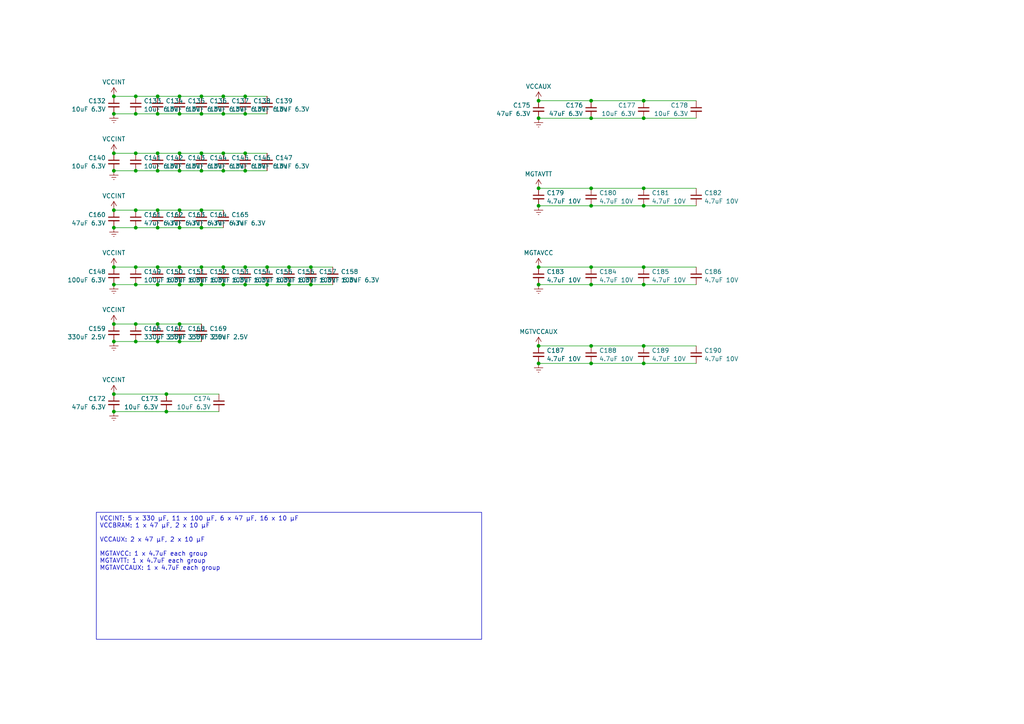
<source format=kicad_sch>
(kicad_sch (version 20231120) (generator "eeschema") (generator_version "8.0")
  (paper "A4")
  (lib_symbols
    (symbol "Device:C_Small" (pin_numbers hide) (pin_names (offset 0.254) hide)
      (property "Reference" "C" (at 0.254 1.778 0))
      (property "Value" "C_Small" (at 0.254 -2.032 0))
      (symbol "C_Small_0_1"
        (polyline (pts (xy -1.524 -0.508) (xy 1.524 -0.508)) (stroke (width 0.3302)))
        (polyline (pts (xy -1.524 0.508) (xy 1.524 0.508)) (stroke (width 0.3048)))
      )
      (symbol "C_Small_1_1"
        (pin passive line (at 0 2.54 270) (length 2.032) (name "~") (number "1"))
        (pin passive line (at 0 -2.54 90) (length 2.032) (name "~") (number "2"))
      )
    )
    (symbol "power:+12V" (power) (pin_numbers hide) (pin_names (offset 0) hide)
      (property "Value" "+12V" (at 0 3.556 0))
      (symbol "+12V_0_1"
        (polyline (pts (xy -0.762 1.27) (xy 0 2.54)))
        (polyline (pts (xy 0 0) (xy 0 2.54)))
        (polyline (pts (xy 0 2.54) (xy 0.762 1.27)))
      )
      (symbol "+12V_1_1"
        (pin power_in line (at 0 0 90) (length 0) (name "~") (number "1"))
      )
    )
    (symbol "power:+5V" (power) (pin_numbers hide) (pin_names (offset 0) hide)
      (property "Value" "+5V" (at 0 3.556 0))
      (symbol "+5V_0_1"
        (polyline (pts (xy -0.762 1.27) (xy 0 2.54)))
        (polyline (pts (xy 0 0) (xy 0 2.54)))
        (polyline (pts (xy 0 2.54) (xy 0.762 1.27)))
      )
      (symbol "+5V_1_1"
        (pin power_in line (at 0 0 90) (length 0) (name "~") (number "1"))
      )
    )
    (symbol "power:Earth" (power) (pin_numbers hide) (pin_names (offset 0) hide)
      (property "Value" "Earth" (at 0 -3.81 0))
      (symbol "Earth_0_1"
        (polyline (pts (xy -0.635 -1.905) (xy 0.635 -1.905)))
        (polyline (pts (xy -0.127 -2.54) (xy 0.127 -2.54)))
        (polyline (pts (xy 0 -1.27) (xy 0 0)))
        (polyline (pts (xy 1.27 -1.27) (xy -1.27 -1.27)))
      )
      (symbol "Earth_1_1"
        (pin power_in line (at 0 0 270) (length 0) (name "~") (number "1"))
      )
    )
  )
  (junction (at 171.45 82.55))
  (junction (at 186.69 77.47))
  (junction (at 90.17 82.55))
  (junction (at 52.07 99.06))
  (junction (at 33.02 27.94))
  (junction (at 48.26 114.3))
  (junction (at 83.82 82.55))
  (junction (at 156.21 34.29))
  (junction (at 45.72 99.06))
  (junction (at 71.12 49.53))
  (junction (at 156.21 29.21))
  (junction (at 186.69 54.61))
  (junction (at 52.07 82.55))
  (junction (at 45.72 77.47))
  (junction (at 45.72 66.04))
  (junction (at 77.47 77.47))
  (junction (at 171.45 100.33))
  (junction (at 39.37 99.06))
  (junction (at 45.72 49.53))
  (junction (at 64.77 27.94))
  (junction (at 58.42 27.94))
  (junction (at 33.02 33.02))
  (junction (at 52.07 66.04))
  (junction (at 39.37 82.55))
  (junction (at 171.45 59.69))
  (junction (at 33.02 49.53))
  (junction (at 71.12 77.47))
  (junction (at 33.02 60.96))
  (junction (at 171.45 77.47))
  (junction (at 156.21 82.55))
  (junction (at 58.42 33.02))
  (junction (at 45.72 60.96))
  (junction (at 48.26 119.38))
  (junction (at 71.12 82.55))
  (junction (at 64.77 82.55))
  (junction (at 52.07 27.94))
  (junction (at 58.42 49.53))
  (junction (at 171.45 34.29))
  (junction (at 52.07 49.53))
  (junction (at 33.02 82.55))
  (junction (at 156.21 105.41))
  (junction (at 33.02 66.04))
  (junction (at 33.02 77.47))
  (junction (at 186.69 59.69))
  (junction (at 39.37 77.47))
  (junction (at 156.21 77.47))
  (junction (at 71.12 27.94))
  (junction (at 58.42 77.47))
  (junction (at 186.69 105.41))
  (junction (at 156.21 54.61))
  (junction (at 39.37 33.02))
  (junction (at 64.77 44.45))
  (junction (at 33.02 99.06))
  (junction (at 52.07 93.98))
  (junction (at 52.07 77.47))
  (junction (at 186.69 82.55))
  (junction (at 64.77 33.02))
  (junction (at 77.47 82.55))
  (junction (at 39.37 60.96))
  (junction (at 52.07 60.96))
  (junction (at 45.72 93.98))
  (junction (at 71.12 33.02))
  (junction (at 58.42 60.96))
  (junction (at 64.77 49.53))
  (junction (at 45.72 82.55))
  (junction (at 39.37 93.98))
  (junction (at 58.42 82.55))
  (junction (at 45.72 27.94))
  (junction (at 45.72 44.45))
  (junction (at 52.07 44.45))
  (junction (at 45.72 33.02))
  (junction (at 33.02 93.98))
  (junction (at 39.37 66.04))
  (junction (at 33.02 114.3))
  (junction (at 39.37 49.53))
  (junction (at 39.37 27.94))
  (junction (at 156.21 59.69))
  (junction (at 156.21 100.33))
  (junction (at 171.45 105.41))
  (junction (at 186.69 29.21))
  (junction (at 83.82 77.47))
  (junction (at 58.42 44.45))
  (junction (at 171.45 29.21))
  (junction (at 58.42 66.04))
  (junction (at 33.02 119.38))
  (junction (at 71.12 44.45))
  (junction (at 39.37 44.45))
  (junction (at 186.69 34.29))
  (junction (at 171.45 54.61))
  (junction (at 52.07 33.02))
  (junction (at 64.77 77.47))
  (junction (at 90.17 77.47))
  (junction (at 33.02 44.45))
  (junction (at 186.69 100.33))
  (wire (pts (xy 33.02 82.55) (xy 39.37 82.55)))
  (wire (pts (xy 52.07 93.98) (xy 58.42 93.98)))
  (wire (pts (xy 52.07 99.06) (xy 58.42 99.06)))
  (wire (pts (xy 171.45 34.29) (xy 186.69 34.29)))
  (wire (pts (xy 58.42 27.94) (xy 64.77 27.94)))
  (wire (pts (xy 156.21 82.55) (xy 171.45 82.55)))
  (wire (pts (xy 90.17 82.55) (xy 96.52 82.55)))
  (wire (pts (xy 39.37 33.02) (xy 45.72 33.02)))
  (wire (pts (xy 39.37 82.55) (xy 45.72 82.55)))
  (wire (pts (xy 71.12 27.94) (xy 77.47 27.94)))
  (wire (pts (xy 171.45 29.21) (xy 186.69 29.21)))
  (wire (pts (xy 83.82 82.55) (xy 90.17 82.55)))
  (wire (pts (xy 156.21 29.21) (xy 171.45 29.21)))
  (wire (pts (xy 171.45 54.61) (xy 186.69 54.61)))
  (wire (pts (xy 186.69 34.29) (xy 201.93 34.29)))
  (wire (pts (xy 52.07 82.55) (xy 58.42 82.55)))
  (wire (pts (xy 186.69 105.41) (xy 201.93 105.41)))
  (wire (pts (xy 64.77 44.45) (xy 71.12 44.45)))
  (wire (pts (xy 45.72 44.45) (xy 52.07 44.45)))
  (wire (pts (xy 64.77 82.55) (xy 71.12 82.55)))
  (wire (pts (xy 186.69 82.55) (xy 201.93 82.55)))
  (wire (pts (xy 64.77 27.94) (xy 71.12 27.94)))
  (wire (pts (xy 58.42 77.47) (xy 64.77 77.47)))
  (wire (pts (xy 45.72 82.55) (xy 52.07 82.55)))
  (wire (pts (xy 77.47 82.55) (xy 83.82 82.55)))
  (wire (pts (xy 45.72 77.47) (xy 52.07 77.47)))
  (wire (pts (xy 171.45 82.55) (xy 186.69 82.55)))
  (wire (pts (xy 52.07 33.02) (xy 58.42 33.02)))
  (wire (pts (xy 33.02 60.96) (xy 39.37 60.96)))
  (wire (pts (xy 64.77 77.47) (xy 71.12 77.47)))
  (wire (pts (xy 58.42 33.02) (xy 64.77 33.02)))
  (wire (pts (xy 33.02 33.02) (xy 39.37 33.02)))
  (wire (pts (xy 64.77 33.02) (xy 71.12 33.02)))
  (wire (pts (xy 171.45 100.33) (xy 186.69 100.33)))
  (wire (pts (xy 52.07 49.53) (xy 58.42 49.53)))
  (wire (pts (xy 39.37 77.47) (xy 45.72 77.47)))
  (wire (pts (xy 58.42 60.96) (xy 64.77 60.96)))
  (wire (pts (xy 52.07 27.94) (xy 58.42 27.94)))
  (wire (pts (xy 52.07 44.45) (xy 58.42 44.45)))
  (wire (pts (xy 171.45 59.69) (xy 186.69 59.69)))
  (wire (pts (xy 156.21 77.47) (xy 171.45 77.47)))
  (wire (pts (xy 45.72 33.02) (xy 52.07 33.02)))
  (wire (pts (xy 45.72 66.04) (xy 52.07 66.04)))
  (wire (pts (xy 71.12 77.47) (xy 77.47 77.47)))
  (wire (pts (xy 156.21 105.41) (xy 171.45 105.41)))
  (wire (pts (xy 33.02 93.98) (xy 39.37 93.98)))
  (wire (pts (xy 45.72 93.98) (xy 52.07 93.98)))
  (wire (pts (xy 48.26 114.3) (xy 63.5 114.3)))
  (wire (pts (xy 48.26 119.38) (xy 63.5 119.38)))
  (wire (pts (xy 83.82 77.47) (xy 90.17 77.47)))
  (wire (pts (xy 39.37 44.45) (xy 45.72 44.45)))
  (wire (pts (xy 156.21 100.33) (xy 171.45 100.33)))
  (wire (pts (xy 39.37 93.98) (xy 45.72 93.98)))
  (wire (pts (xy 45.72 60.96) (xy 52.07 60.96)))
  (wire (pts (xy 39.37 66.04) (xy 45.72 66.04)))
  (wire (pts (xy 52.07 60.96) (xy 58.42 60.96)))
  (wire (pts (xy 186.69 100.33) (xy 201.93 100.33)))
  (wire (pts (xy 33.02 119.38) (xy 48.26 119.38)))
  (wire (pts (xy 39.37 49.53) (xy 45.72 49.53)))
  (wire (pts (xy 33.02 27.94) (xy 39.37 27.94)))
  (wire (pts (xy 58.42 66.04) (xy 64.77 66.04)))
  (wire (pts (xy 39.37 27.94) (xy 45.72 27.94)))
  (wire (pts (xy 156.21 54.61) (xy 171.45 54.61)))
  (wire (pts (xy 33.02 114.3) (xy 48.26 114.3)))
  (wire (pts (xy 171.45 77.47) (xy 186.69 77.47)))
  (wire (pts (xy 186.69 54.61) (xy 201.93 54.61)))
  (wire (pts (xy 156.21 34.29) (xy 171.45 34.29)))
  (wire (pts (xy 33.02 66.04) (xy 39.37 66.04)))
  (wire (pts (xy 171.45 105.41) (xy 186.69 105.41)))
  (wire (pts (xy 39.37 99.06) (xy 45.72 99.06)))
  (wire (pts (xy 58.42 44.45) (xy 64.77 44.45)))
  (wire (pts (xy 52.07 66.04) (xy 58.42 66.04)))
  (wire (pts (xy 186.69 77.47) (xy 201.93 77.47)))
  (wire (pts (xy 52.07 77.47) (xy 58.42 77.47)))
  (wire (pts (xy 33.02 44.45) (xy 39.37 44.45)))
  (wire (pts (xy 186.69 59.69) (xy 201.93 59.69)))
  (wire (pts (xy 33.02 77.47) (xy 39.37 77.47)))
  (wire (pts (xy 71.12 44.45) (xy 77.47 44.45)))
  (wire (pts (xy 58.42 82.55) (xy 64.77 82.55)))
  (wire (pts (xy 156.21 59.69) (xy 171.45 59.69)))
  (wire (pts (xy 58.42 49.53) (xy 64.77 49.53)))
  (wire (pts (xy 45.72 49.53) (xy 52.07 49.53)))
  (wire (pts (xy 39.37 60.96) (xy 45.72 60.96)))
  (wire (pts (xy 33.02 49.53) (xy 39.37 49.53)))
  (wire (pts (xy 71.12 82.55) (xy 77.47 82.55)))
  (wire (pts (xy 90.17 77.47) (xy 96.52 77.47)))
  (wire (pts (xy 33.02 99.06) (xy 39.37 99.06)))
  (wire (pts (xy 45.72 27.94) (xy 52.07 27.94)))
  (wire (pts (xy 71.12 49.53) (xy 77.47 49.53)))
  (wire (pts (xy 64.77 49.53) (xy 71.12 49.53)))
  (wire (pts (xy 71.12 33.02) (xy 77.47 33.02)))
  (wire (pts (xy 45.72 99.06) (xy 52.07 99.06)))
  (wire (pts (xy 186.69 29.21) (xy 201.93 29.21)))
  (wire (pts (xy 77.47 77.47) (xy 83.82 77.47)))
  (text_box "VCCINT: 5 x 330 μF, 11 x 100 μF, 6 x 47 μF, 16 x 10 μF\nVCCBRAM: 1 x 47 μF, 2 x 10 μF\n\nVCCAUX: 2 x 47 μF, 2 x 10 μF\n\nMGTAVCC: 1 x 4.7uF each group\nMGTAVTT: 1 x 4.7uF each group\nMGTAVCCAUX: 1 x 4.7uF each group" (at 27.94 148.59 0) (size 111.76 36.83) (effects (font (size 1.27 1.27)) (justify left top)))
  (symbol (lib_id "Device:C_Small") (at 156.21 57.15 0) (unit 1)
    (property "Reference" "C179" (at 158.5341 55.9441 0) (effects (justify left)))
    (property "Value" "4.7uF 10V" (at 158.5341 58.3684 0) (effects (justify left)))
    (property "Footprint" "Capacitor_SMD:C_0402_1005Metric" (effects (hide yes)))
    (property "Description" "Unpolarized capacitor, small symbol" (effects (hide yes)))
  )
  (symbol (lib_id "Device:C_Small") (at 33.02 46.99 0) (unit 1)
    (property "Reference" "C140" (at 30.6959 45.7841 0) (effects (justify right)))
    (property "Value" "10uF 6.3V" (at 30.6959 48.2084 0) (effects (justify right)))
    (property "Footprint" "Capacitor_SMD:C_0402_1005Metric" (effects (hide yes)))
    (property "Description" "Unpolarized capacitor, small symbol" (effects (hide yes)))
  )
  (symbol (lib_id "Device:C_Small") (at 201.93 57.15 0) (unit 1)
    (property "Reference" "C182" (at 204.2541 55.9441 0) (effects (justify left)))
    (property "Value" "4.7uF 10V" (at 204.2541 58.3684 0) (effects (justify left)))
    (property "Footprint" "Capacitor_SMD:C_0402_1005Metric" (effects (hide yes)))
    (property "Description" "Unpolarized capacitor, small symbol" (effects (hide yes)))
  )
  (symbol (lib_id "power:+12V") (at 156.21 54.61 0) (unit 1)
    (property "Reference" "#PWR0212" (effects (hide yes)))
    (property "Value" "MGTAVTT" (at 156.21 50.4769 0))
    (property "Description" "Power symbol creates a global label with name \"MGTAVTT\"" (effects (hide yes)))
  )
  (symbol (lib_id "Device:C_Small") (at 90.17 80.01 0) (unit 1)
    (property "Reference" "C157" (at 92.4941 78.8041 0) (effects (justify left)))
    (property "Value" "100uF 6.3V" (at 92.4941 81.2284 0) (effects (justify left)))
    (property "Footprint" "Capacitor_SMD:C_1206_3216Metric" (effects (hide yes)))
    (property "Description" "Unpolarized capacitor, small symbol" (effects (hide yes)))
  )
  (symbol (lib_id "Device:C_Small") (at 64.77 46.99 0) (unit 1)
    (property "Reference" "C145" (at 67.0941 45.7841 0) (effects (justify left)))
    (property "Value" "10uF 6.3V" (at 67.0941 48.2084 0) (effects (justify left)))
    (property "Footprint" "Capacitor_SMD:C_0402_1005Metric" (effects (hide yes)))
    (property "Description" "Unpolarized capacitor, small symbol" (effects (hide yes)))
  )
  (symbol (lib_id "Device:C_Small") (at 52.07 46.99 0) (unit 1)
    (property "Reference" "C143" (at 54.3941 45.7841 0) (effects (justify left)))
    (property "Value" "10uF 6.3V" (at 54.3941 48.2084 0) (effects (justify left)))
    (property "Footprint" "Capacitor_SMD:C_0402_1005Metric" (effects (hide yes)))
    (property "Description" "Unpolarized capacitor, small symbol" (effects (hide yes)))
  )
  (symbol (lib_id "power:+12V") (at 33.02 60.96 0) (unit 1)
    (property "Reference" "#PWR0208" (effects (hide yes)))
    (property "Value" "VCCINT" (at 33.02 56.8269 0))
    (property "Description" "Power symbol creates a global label with name \"VCCINT\"" (effects (hide yes)))
  )
  (symbol (lib_id "Device:C_Small") (at 171.45 57.15 0) (unit 1)
    (property "Reference" "C180" (at 173.7741 55.9441 0) (effects (justify left)))
    (property "Value" "4.7uF 10V" (at 173.7741 58.3684 0) (effects (justify left)))
    (property "Footprint" "Capacitor_SMD:C_0402_1005Metric" (effects (hide yes)))
    (property "Description" "Unpolarized capacitor, small symbol" (effects (hide yes)))
  )
  (symbol (lib_id "Device:C_Small") (at 71.12 46.99 0) (unit 1)
    (property "Reference" "C146" (at 73.4441 45.7841 0) (effects (justify left)))
    (property "Value" "10uF 6.3V" (at 73.4441 48.2084 0) (effects (justify left)))
    (property "Footprint" "Capacitor_SMD:C_0402_1005Metric" (effects (hide yes)))
    (property "Description" "Unpolarized capacitor, small symbol" (effects (hide yes)))
  )
  (symbol (lib_id "power:Earth") (at 33.02 66.04 0) (unit 1)
    (property "Reference" "#PWR0209" (effects (hide yes)))
    (property "Value" "Earth" (effects (hide yes)))
    (property "Description" "Power symbol creates a global label with name \"Earth\"" (effects (hide yes)))
  )
  (symbol (lib_id "Device:C_Small") (at 52.07 80.01 0) (unit 1)
    (property "Reference" "C151" (at 54.3941 78.8041 0) (effects (justify left)))
    (property "Value" "100uF 6.3V" (at 54.3941 81.2284 0) (effects (justify left)))
    (property "Footprint" "Capacitor_SMD:C_1206_3216Metric" (effects (hide yes)))
    (property "Description" "Unpolarized capacitor, small symbol" (effects (hide yes)))
  )
  (symbol (lib_id "Device:C_Small") (at 201.93 102.87 0) (unit 1)
    (property "Reference" "C190" (at 204.2541 101.6641 0) (effects (justify left)))
    (property "Value" "4.7uF 10V" (at 204.2541 104.0884 0) (effects (justify left)))
    (property "Footprint" "Capacitor_SMD:C_0402_1005Metric" (effects (hide yes)))
    (property "Description" "Unpolarized capacitor, small symbol" (effects (hide yes)))
  )
  (symbol (lib_id "power:Earth") (at 33.02 119.38 0) (unit 1)
    (property "Reference" "#PWR0207" (effects (hide yes)))
    (property "Value" "Earth" (effects (hide yes)))
    (property "Description" "Power symbol creates a global label with name \"Earth\"" (effects (hide yes)))
  )
  (symbol (lib_id "Device:C_Small") (at 64.77 63.5 0) (unit 1)
    (property "Reference" "C165" (at 67.0941 62.2941 0) (effects (justify left)))
    (property "Value" "47uF 6.3V" (at 67.0941 64.7184 0) (effects (justify left)))
    (property "Footprint" "Capacitor_SMD:C_0603_1608Metric" (effects (hide yes)))
    (property "Description" "Unpolarized capacitor, small symbol" (effects (hide yes)))
  )
  (symbol (lib_id "Device:C_Small") (at 77.47 30.48 0) (unit 1)
    (property "Reference" "C139" (at 79.7941 29.2741 0) (effects (justify left)))
    (property "Value" "10uF 6.3V" (at 79.7941 31.6984 0) (effects (justify left)))
    (property "Footprint" "Capacitor_SMD:C_0402_1005Metric" (effects (hide yes)))
    (property "Description" "Unpolarized capacitor, small symbol" (effects (hide yes)))
  )
  (symbol (lib_id "Device:C_Small") (at 64.77 30.48 0) (unit 1)
    (property "Reference" "C137" (at 67.0941 29.2741 0) (effects (justify left)))
    (property "Value" "10uF 6.3V" (at 67.0941 31.6984 0) (effects (justify left)))
    (property "Footprint" "Capacitor_SMD:C_0402_1005Metric" (effects (hide yes)))
    (property "Description" "Unpolarized capacitor, small symbol" (effects (hide yes)))
  )
  (symbol (lib_id "Device:C_Small") (at 58.42 96.52 0) (unit 1)
    (property "Reference" "C169" (at 60.7441 95.3141 0) (effects (justify left)))
    (property "Value" "330uF 2.5V" (at 60.7441 97.7384 0) (effects (justify left)))
    (property "Footprint" "Capacitor_SMD:C_1210_3225Metric" (effects (hide yes)))
    (property "Description" "Unpolarized capacitor, small symbol" (effects (hide yes)))
  )
  (symbol (lib_id "Device:C_Small") (at 186.69 31.75 0) (unit 1)
    (property "Reference" "C177" (at 184.3659 30.5441 0) (effects (justify right)))
    (property "Value" "10uF 6.3V" (at 184.3659 32.9684 0) (effects (justify right)))
    (property "Footprint" "Capacitor_SMD:C_0402_1005Metric" (effects (hide yes)))
    (property "Description" "Unpolarized capacitor, small symbol" (effects (hide yes)))
  )
  (symbol (lib_id "Device:C_Small") (at 186.69 80.01 0) (unit 1)
    (property "Reference" "C185" (at 189.0141 78.8041 0) (effects (justify left)))
    (property "Value" "4.7uF 10V" (at 189.0141 81.2284 0) (effects (justify left)))
    (property "Footprint" "Capacitor_SMD:C_0402_1005Metric" (effects (hide yes)))
    (property "Description" "Unpolarized capacitor, small symbol" (effects (hide yes)))
  )
  (symbol (lib_id "Device:C_Small") (at 77.47 80.01 0) (unit 1)
    (property "Reference" "C155" (at 79.7941 78.8041 0) (effects (justify left)))
    (property "Value" "100uF 6.3V" (at 79.7941 81.2284 0) (effects (justify left)))
    (property "Footprint" "Capacitor_SMD:C_1206_3216Metric" (effects (hide yes)))
    (property "Description" "Unpolarized capacitor, small symbol" (effects (hide yes)))
  )
  (symbol (lib_id "Device:C_Small") (at 45.72 63.5 0) (unit 1)
    (property "Reference" "C162" (at 48.0441 62.2941 0) (effects (justify left)))
    (property "Value" "47uF 6.3V" (at 48.0441 64.7184 0) (effects (justify left)))
    (property "Footprint" "Capacitor_SMD:C_0603_1608Metric" (effects (hide yes)))
    (property "Description" "Unpolarized capacitor, small symbol" (effects (hide yes)))
  )
  (symbol (lib_id "Device:C_Small") (at 63.5 116.84 0) (unit 1)
    (property "Reference" "C174" (at 61.1759 115.6341 0) (effects (justify right)))
    (property "Value" "10uF 6.3V" (at 61.1759 118.0584 0) (effects (justify right)))
    (property "Footprint" "Capacitor_SMD:C_0402_1005Metric" (effects (hide yes)))
    (property "Description" "Unpolarized capacitor, small symbol" (effects (hide yes)))
  )
  (symbol (lib_id "Device:C_Small") (at 156.21 80.01 0) (unit 1)
    (property "Reference" "C183" (at 158.5341 78.8041 0) (effects (justify left)))
    (property "Value" "4.7uF 10V" (at 158.5341 81.2284 0) (effects (justify left)))
    (property "Footprint" "Capacitor_SMD:C_0402_1005Metric" (effects (hide yes)))
    (property "Description" "Unpolarized capacitor, small symbol" (effects (hide yes)))
  )
  (symbol (lib_id "Device:C_Small") (at 83.82 80.01 0) (unit 1)
    (property "Reference" "C156" (at 86.1441 78.8041 0) (effects (justify left)))
    (property "Value" "100uF 6.3V" (at 86.1441 81.2284 0) (effects (justify left)))
    (property "Footprint" "Capacitor_SMD:C_1206_3216Metric" (effects (hide yes)))
    (property "Description" "Unpolarized capacitor, small symbol" (effects (hide yes)))
  )
  (symbol (lib_id "Device:C_Small") (at 58.42 63.5 0) (unit 1)
    (property "Reference" "C164" (at 60.7441 62.2941 0) (effects (justify left)))
    (property "Value" "47uF 6.3V" (at 60.7441 64.7184 0) (effects (justify left)))
    (property "Footprint" "Capacitor_SMD:C_0603_1608Metric" (effects (hide yes)))
    (property "Description" "Unpolarized capacitor, small symbol" (effects (hide yes)))
  )
  (symbol (lib_id "Device:C_Small") (at 39.37 30.48 0) (unit 1)
    (property "Reference" "C133" (at 41.6941 29.2741 0) (effects (justify left)))
    (property "Value" "10uF 6.3V" (at 41.6941 31.6984 0) (effects (justify left)))
    (property "Footprint" "Capacitor_SMD:C_0402_1005Metric" (effects (hide yes)))
    (property "Description" "Unpolarized capacitor, small symbol" (effects (hide yes)))
  )
  (symbol (lib_id "Device:C_Small") (at 33.02 63.5 0) (unit 1)
    (property "Reference" "C160" (at 30.6959 62.2941 0) (effects (justify right)))
    (property "Value" "47uF 6.3V" (at 30.6959 64.7184 0) (effects (justify right)))
    (property "Footprint" "Capacitor_SMD:C_0603_1608Metric" (effects (hide yes)))
    (property "Description" "Unpolarized capacitor, small symbol" (effects (hide yes)))
  )
  (symbol (lib_id "power:Earth") (at 33.02 99.06 0) (unit 1)
    (property "Reference" "#PWR0205" (effects (hide yes)))
    (property "Value" "Earth" (effects (hide yes)))
    (property "Description" "Power symbol creates a global label with name \"Earth\"" (effects (hide yes)))
  )
  (symbol (lib_id "Device:C_Small") (at 33.02 80.01 0) (unit 1)
    (property "Reference" "C148" (at 30.696 78.8041 0) (effects (justify right)))
    (property "Value" "100uF 6.3V" (at 30.696 81.2284 0) (effects (justify right)))
    (property "Footprint" "Capacitor_SMD:C_1206_3216Metric" (effects (hide yes)))
    (property "Description" "Unpolarized capacitor, small symbol" (effects (hide yes)))
  )
  (symbol (lib_id "power:+12V") (at 156.21 29.21 0) (unit 1)
    (property "Reference" "#PWR0210" (effects (hide yes)))
    (property "Value" "VCCAUX" (at 156.21 25.0769 0))
    (property "Description" "Power symbol creates a global label with name \"VCCAUX\"" (effects (hide yes)))
  )
  (symbol (lib_id "power:+12V") (at 33.02 77.47 0) (unit 1)
    (property "Reference" "#PWR0202" (effects (hide yes)))
    (property "Value" "VCCINT" (at 33.02 73.3369 0))
    (property "Description" "Power symbol creates a global label with name \"VCCINT\"" (effects (hide yes)))
  )
  (symbol (lib_id "power:Earth") (at 33.02 82.55 0) (unit 1)
    (property "Reference" "#PWR0203" (effects (hide yes)))
    (property "Value" "Earth" (effects (hide yes)))
    (property "Description" "Power symbol creates a global label with name \"Earth\"" (effects (hide yes)))
  )
  (symbol (lib_id "power:Earth") (at 33.02 33.02 0) (unit 1)
    (property "Reference" "#PWR0199" (effects (hide yes)))
    (property "Value" "Earth" (effects (hide yes)))
    (property "Description" "Power symbol creates a global label with name \"Earth\"" (effects (hide yes)))
  )
  (symbol (lib_id "power:+12V") (at 33.02 44.45 0) (unit 1)
    (property "Reference" "#PWR0200" (effects (hide yes)))
    (property "Value" "VCCINT" (at 33.02 40.3169 0))
    (property "Description" "Power symbol creates a global label with name \"VCCINT\"" (effects (hide yes)))
  )
  (symbol (lib_id "Device:C_Small") (at 171.45 102.87 0) (unit 1)
    (property "Reference" "C188" (at 173.7741 101.6641 0) (effects (justify left)))
    (property "Value" "4.7uF 10V" (at 173.7741 104.0884 0) (effects (justify left)))
    (property "Footprint" "Capacitor_SMD:C_0402_1005Metric" (effects (hide yes)))
    (property "Description" "Unpolarized capacitor, small symbol" (effects (hide yes)))
  )
  (symbol (lib_id "Device:C_Small") (at 33.02 96.52 0) (unit 1)
    (property "Reference" "C159" (at 30.696 95.3141 0) (effects (justify right)))
    (property "Value" "330uF 2.5V" (at 30.696 97.7384 0) (effects (justify right)))
    (property "Footprint" "Capacitor_SMD:C_1210_3225Metric" (effects (hide yes)))
    (property "Description" "Unpolarized capacitor, small symbol" (effects (hide yes)))
  )
  (symbol (lib_id "Device:C_Small") (at 45.72 30.48 0) (unit 1)
    (property "Reference" "C134" (at 48.0441 29.2741 0) (effects (justify left)))
    (property "Value" "10uF 6.3V" (at 48.0441 31.6984 0) (effects (justify left)))
    (property "Footprint" "Capacitor_SMD:C_0402_1005Metric" (effects (hide yes)))
    (property "Description" "Unpolarized capacitor, small symbol" (effects (hide yes)))
  )
  (symbol (lib_id "Device:C_Small") (at 58.42 46.99 0) (unit 1)
    (property "Reference" "C144" (at 60.7441 45.7841 0) (effects (justify left)))
    (property "Value" "10uF 6.3V" (at 60.7441 48.2084 0) (effects (justify left)))
    (property "Footprint" "Capacitor_SMD:C_0402_1005Metric" (effects (hide yes)))
    (property "Description" "Unpolarized capacitor, small symbol" (effects (hide yes)))
  )
  (symbol (lib_id "Device:C_Small") (at 45.72 46.99 0) (unit 1)
    (property "Reference" "C142" (at 48.0441 45.7841 0) (effects (justify left)))
    (property "Value" "10uF 6.3V" (at 48.0441 48.2084 0) (effects (justify left)))
    (property "Footprint" "Capacitor_SMD:C_0402_1005Metric" (effects (hide yes)))
    (property "Description" "Unpolarized capacitor, small symbol" (effects (hide yes)))
  )
  (symbol (lib_id "Device:C_Small") (at 156.21 102.87 0) (unit 1)
    (property "Reference" "C187" (at 158.5341 101.6641 0) (effects (justify left)))
    (property "Value" "4.7uF 10V" (at 158.5341 104.0884 0) (effects (justify left)))
    (property "Footprint" "Capacitor_SMD:C_0402_1005Metric" (effects (hide yes)))
    (property "Description" "Unpolarized capacitor, small symbol" (effects (hide yes)))
  )
  (symbol (lib_id "Device:C_Small") (at 58.42 80.01 0) (unit 1)
    (property "Reference" "C152" (at 60.7441 78.8041 0) (effects (justify left)))
    (property "Value" "100uF 6.3V" (at 60.7441 81.2284 0) (effects (justify left)))
    (property "Footprint" "Capacitor_SMD:C_1206_3216Metric" (effects (hide yes)))
    (property "Description" "Unpolarized capacitor, small symbol" (effects (hide yes)))
  )
  (symbol (lib_id "Device:C_Small") (at 45.72 96.52 0) (unit 1)
    (property "Reference" "C167" (at 48.0441 95.3141 0) (effects (justify left)))
    (property "Value" "330uF 2.5V" (at 48.0441 97.7384 0) (effects (justify left)))
    (property "Footprint" "Capacitor_SMD:C_1210_3225Metric" (effects (hide yes)))
    (property "Description" "Unpolarized capacitor, small symbol" (effects (hide yes)))
  )
  (symbol (lib_id "Device:C_Small") (at 186.69 57.15 0) (unit 1)
    (property "Reference" "C181" (at 189.0141 55.9441 0) (effects (justify left)))
    (property "Value" "4.7uF 10V" (at 189.0141 58.3684 0) (effects (justify left)))
    (property "Footprint" "Capacitor_SMD:C_0402_1005Metric" (effects (hide yes)))
    (property "Description" "Unpolarized capacitor, small symbol" (effects (hide yes)))
  )
  (symbol (lib_id "Device:C_Small") (at 171.45 31.75 0) (unit 1)
    (property "Reference" "C176" (at 169.1259 30.5441 0) (effects (justify right)))
    (property "Value" "47uF 6.3V" (at 169.1259 32.9684 0) (effects (justify right)))
    (property "Footprint" "Capacitor_SMD:C_0603_1608Metric" (effects (hide yes)))
    (property "Description" "Unpolarized capacitor, small symbol" (effects (hide yes)))
  )
  (symbol (lib_id "power:+12V") (at 33.02 114.3 0) (unit 1)
    (property "Reference" "#PWR0206" (effects (hide yes)))
    (property "Value" "VCCINT" (at 33.02 110.1669 0))
    (property "Description" "Power symbol creates a global label with name \"VCCINT\"" (effects (hide yes)))
  )
  (symbol (lib_id "Device:C_Small") (at 39.37 80.01 0) (unit 1)
    (property "Reference" "C149" (at 41.6941 78.8041 0) (effects (justify left)))
    (property "Value" "100uF 6.3V" (at 41.6941 81.2284 0) (effects (justify left)))
    (property "Footprint" "Capacitor_SMD:C_1206_3216Metric" (effects (hide yes)))
    (property "Description" "Unpolarized capacitor, small symbol" (effects (hide yes)))
  )
  (symbol (lib_id "power:Earth") (at 156.21 82.55 0) (unit 1)
    (property "Reference" "#PWR0217" (effects (hide yes)))
    (property "Value" "Earth" (effects (hide yes)))
    (property "Description" "Power symbol creates a global label with name \"Earth\"" (effects (hide yes)))
  )
  (symbol (lib_id "Device:C_Small") (at 201.93 31.75 0) (unit 1)
    (property "Reference" "C178" (at 199.6059 30.5441 0) (effects (justify right)))
    (property "Value" "10uF 6.3V" (at 199.6059 32.9684 0) (effects (justify right)))
    (property "Footprint" "Capacitor_SMD:C_0402_1005Metric" (effects (hide yes)))
    (property "Description" "Unpolarized capacitor, small symbol" (effects (hide yes)))
  )
  (symbol (lib_id "power:Earth") (at 156.21 105.41 0) (unit 1)
    (property "Reference" "#PWR0219" (effects (hide yes)))
    (property "Value" "Earth" (effects (hide yes)))
    (property "Description" "Power symbol creates a global label with name \"Earth\"" (effects (hide yes)))
  )
  (symbol (lib_id "Device:C_Small") (at 48.26 116.84 0) (unit 1)
    (property "Reference" "C173" (at 45.9359 115.6341 0) (effects (justify right)))
    (property "Value" "10uF 6.3V" (at 45.9359 118.0584 0) (effects (justify right)))
    (property "Footprint" "Capacitor_SMD:C_0402_1005Metric" (effects (hide yes)))
    (property "Description" "Unpolarized capacitor, small symbol" (effects (hide yes)))
  )
  (symbol (lib_id "Device:C_Small") (at 52.07 96.52 0) (unit 1)
    (property "Reference" "C168" (at 54.3941 95.3141 0) (effects (justify left)))
    (property "Value" "330uF 2.5V" (at 54.3941 97.7384 0) (effects (justify left)))
    (property "Footprint" "Capacitor_SMD:C_1210_3225Metric" (effects (hide yes)))
    (property "Description" "Unpolarized capacitor, small symbol" (effects (hide yes)))
  )
  (symbol (lib_id "Device:C_Small") (at 33.02 116.84 0) (unit 1)
    (property "Reference" "C172" (at 30.6959 115.6341 0) (effects (justify right)))
    (property "Value" "47uF 6.3V" (at 30.6959 118.0584 0) (effects (justify right)))
    (property "Footprint" "Capacitor_SMD:C_0603_1608Metric" (effects (hide yes)))
    (property "Description" "Unpolarized capacitor, small symbol" (effects (hide yes)))
  )
  (symbol (lib_id "power:Earth") (at 33.02 49.53 0) (unit 1)
    (property "Reference" "#PWR0201" (effects (hide yes)))
    (property "Value" "Earth" (effects (hide yes)))
    (property "Description" "Power symbol creates a global label with name \"Earth\"" (effects (hide yes)))
  )
  (symbol (lib_id "Device:C_Small") (at 52.07 63.5 0) (unit 1)
    (property "Reference" "C163" (at 54.3941 62.2941 0) (effects (justify left)))
    (property "Value" "47uF 6.3V" (at 54.3941 64.7184 0) (effects (justify left)))
    (property "Footprint" "Capacitor_SMD:C_0603_1608Metric" (effects (hide yes)))
    (property "Description" "Unpolarized capacitor, small symbol" (effects (hide yes)))
  )
  (symbol (lib_id "Device:C_Small") (at 33.02 30.48 0) (unit 1)
    (property "Reference" "C132" (at 30.6959 29.2741 0) (effects (justify right)))
    (property "Value" "10uF 6.3V" (at 30.6959 31.6984 0) (effects (justify right)))
    (property "Footprint" "Capacitor_SMD:C_0402_1005Metric" (effects (hide yes)))
    (property "Description" "Unpolarized capacitor, small symbol" (effects (hide yes)))
  )
  (symbol (lib_id "power:+12V") (at 33.02 93.98 0) (unit 1)
    (property "Reference" "#PWR0204" (effects (hide yes)))
    (property "Value" "VCCINT" (at 33.02 89.8469 0))
    (property "Description" "Power symbol creates a global label with name \"VCCINT\"" (effects (hide yes)))
  )
  (symbol (lib_id "Device:C_Small") (at 186.69 102.87 0) (unit 1)
    (property "Reference" "C189" (at 189.0141 101.6641 0) (effects (justify left)))
    (property "Value" "4.7uF 10V" (at 189.0141 104.0884 0) (effects (justify left)))
    (property "Footprint" "Capacitor_SMD:C_0402_1005Metric" (effects (hide yes)))
    (property "Description" "Unpolarized capacitor, small symbol" (effects (hide yes)))
  )
  (symbol (lib_id "Device:C_Small") (at 52.07 30.48 0) (unit 1)
    (property "Reference" "C135" (at 54.3941 29.2741 0) (effects (justify left)))
    (property "Value" "10uF 6.3V" (at 54.3941 31.6984 0) (effects (justify left)))
    (property "Footprint" "Capacitor_SMD:C_0402_1005Metric" (effects (hide yes)))
    (property "Description" "Unpolarized capacitor, small symbol" (effects (hide yes)))
  )
  (symbol (lib_id "Device:C_Small") (at 201.93 80.01 0) (unit 1)
    (property "Reference" "C186" (at 204.2541 78.8041 0) (effects (justify left)))
    (property "Value" "4.7uF 10V" (at 204.2541 81.2284 0) (effects (justify left)))
    (property "Footprint" "Capacitor_SMD:C_0402_1005Metric" (effects (hide yes)))
    (property "Description" "Unpolarized capacitor, small symbol" (effects (hide yes)))
  )
  (symbol (lib_id "power:Earth") (at 156.21 59.69 0) (unit 1)
    (property "Reference" "#PWR0215" (effects (hide yes)))
    (property "Value" "Earth" (effects (hide yes)))
    (property "Description" "Power symbol creates a global label with name \"Earth\"" (effects (hide yes)))
  )
  (symbol (lib_id "power:+5V") (at 156.21 77.47 0) (unit 1)
    (property "Reference" "#PWR0213" (effects (hide yes)))
    (property "Value" "MGTAVCC" (at 156.21 73.3369 0))
    (property "Description" "Power symbol creates a global label with \"MGTAVCC\"" (effects (hide yes)))
  )
  (symbol (lib_id "power:+12V") (at 33.02 27.94 0) (unit 1)
    (property "Reference" "#PWR0198" (effects (hide yes)))
    (property "Value" "VCCINT" (at 33.02 23.8069 0))
    (property "Description" "Power symbol creates a global label with name \"VCCINT\"" (effects (hide yes)))
  )
  (symbol (lib_id "Device:C_Small") (at 71.12 30.48 0) (unit 1)
    (property "Reference" "C138" (at 73.4441 29.2741 0) (effects (justify left)))
    (property "Value" "10uF 6.3V" (at 73.4441 31.6984 0) (effects (justify left)))
    (property "Footprint" "Capacitor_SMD:C_0402_1005Metric" (effects (hide yes)))
    (property "Description" "Unpolarized capacitor, small symbol" (effects (hide yes)))
  )
  (symbol (lib_id "Device:C_Small") (at 77.47 46.99 0) (unit 1)
    (property "Reference" "C147" (at 79.7941 45.7841 0) (effects (justify left)))
    (property "Value" "10uF 6.3V" (at 79.7941 48.2084 0) (effects (justify left)))
    (property "Footprint" "Capacitor_SMD:C_0402_1005Metric" (effects (hide yes)))
    (property "Description" "Unpolarized capacitor, small symbol" (effects (hide yes)))
  )
  (symbol (lib_id "Device:C_Small") (at 39.37 96.52 0) (unit 1)
    (property "Reference" "C166" (at 41.6941 95.3141 0) (effects (justify left)))
    (property "Value" "330uF 2.5V" (at 41.6941 97.7384 0) (effects (justify left)))
    (property "Footprint" "Capacitor_SMD:C_1210_3225Metric" (effects (hide yes)))
    (property "Description" "Unpolarized capacitor, small symbol" (effects (hide yes)))
  )
  (symbol (lib_id "Device:C_Small") (at 39.37 63.5 0) (unit 1)
    (property "Reference" "C161" (at 41.6941 62.2941 0) (effects (justify left)))
    (property "Value" "47uF 6.3V" (at 41.6941 64.7184 0) (effects (justify left)))
    (property "Footprint" "Capacitor_SMD:C_0603_1608Metric" (effects (hide yes)))
    (property "Description" "Unpolarized capacitor, small symbol" (effects (hide yes)))
  )
  (symbol (lib_id "Device:C_Small") (at 64.77 80.01 0) (unit 1)
    (property "Reference" "C153" (at 67.0941 78.8041 0) (effects (justify left)))
    (property "Value" "100uF 6.3V" (at 67.0941 81.2284 0) (effects (justify left)))
    (property "Footprint" "Capacitor_SMD:C_1206_3216Metric" (effects (hide yes)))
    (property "Description" "Unpolarized capacitor, small symbol" (effects (hide yes)))
  )
  (symbol (lib_id "Device:C_Small") (at 58.42 30.48 0) (unit 1)
    (property "Reference" "C136" (at 60.7441 29.2741 0) (effects (justify left)))
    (property "Value" "10uF 6.3V" (at 60.7441 31.6984 0) (effects (justify left)))
    (property "Footprint" "Capacitor_SMD:C_0402_1005Metric" (effects (hide yes)))
    (property "Description" "Unpolarized capacitor, small symbol" (effects (hide yes)))
  )
  (symbol (lib_id "power:+5V") (at 156.21 100.33 0) (unit 1)
    (property "Reference" "#PWR0214" (effects (hide yes)))
    (property "Value" "MGTVCCAUX" (at 156.21 96.1969 0))
    (property "Description" "Power symbol creates a global label with \"MGTVCCAUX\"" (effects (hide yes)))
  )
  (symbol (lib_id "power:Earth") (at 156.21 34.29 0) (unit 1)
    (property "Reference" "#PWR0211" (effects (hide yes)))
    (property "Value" "Earth" (effects (hide yes)))
    (property "Description" "Power symbol creates a global label with name \"Earth\"" (effects (hide yes)))
  )
  (symbol (lib_id "Device:C_Small") (at 96.52 80.01 0) (unit 1)
    (property "Reference" "C158" (at 98.8441 78.8041 0) (effects (justify left)))
    (property "Value" "100uF 6.3V" (at 98.8441 81.2284 0) (effects (justify left)))
    (property "Footprint" "Capacitor_SMD:C_1206_3216Metric" (effects (hide yes)))
    (property "Description" "Unpolarized capacitor, small symbol" (effects (hide yes)))
  )
  (symbol (lib_id "Device:C_Small") (at 156.21 31.75 0) (unit 1)
    (property "Reference" "C175" (at 153.8859 30.5441 0) (effects (justify right)))
    (property "Value" "47uF 6.3V" (at 153.8859 32.9684 0) (effects (justify right)))
    (property "Footprint" "Capacitor_SMD:C_0603_1608Metric" (effects (hide yes)))
    (property "Description" "Unpolarized capacitor, small symbol" (effects (hide yes)))
  )
  (symbol (lib_id "Device:C_Small") (at 71.12 80.01 0) (unit 1)
    (property "Reference" "C154" (at 73.4441 78.8041 0) (effects (justify left)))
    (property "Value" "100uF 6.3V" (at 73.4441 81.2284 0) (effects (justify left)))
    (property "Footprint" "Capacitor_SMD:C_1206_3216Metric" (effects (hide yes)))
    (property "Description" "Unpolarized capacitor, small symbol" (effects (hide yes)))
  )
  (symbol (lib_id "Device:C_Small") (at 171.45 80.01 0) (unit 1)
    (property "Reference" "C184" (at 173.7741 78.8041 0) (effects (justify left)))
    (property "Value" "4.7uF 10V" (at 173.7741 81.2284 0) (effects (justify left)))
    (property "Footprint" "Capacitor_SMD:C_0402_1005Metric" (effects (hide yes)))
    (property "Description" "Unpolarized capacitor, small symbol" (effects (hide yes)))
  )
  (symbol (lib_id "Device:C_Small") (at 45.72 80.01 0) (unit 1)
    (property "Reference" "C150" (at 48.0441 78.8041 0) (effects (justify left)))
    (property "Value" "100uF 6.3V" (at 48.0441 81.2284 0) (effects (justify left)))
    (property "Footprint" "Capacitor_SMD:C_1206_3216Metric" (effects (hide yes)))
    (property "Description" "Unpolarized capacitor, small symbol" (effects (hide yes)))
  )
  (symbol (lib_id "Device:C_Small") (at 39.37 46.99 0) (unit 1)
    (property "Reference" "C141" (at 41.6941 45.7841 0) (effects (justify left)))
    (property "Value" "10uF 6.3V" (at 41.6941 48.2084 0) (effects (justify left)))
    (property "Footprint" "Capacitor_SMD:C_0402_1005Metric" (effects (hide yes)))
    (property "Description" "Unpolarized capacitor, small symbol" (effects (hide yes)))
  )
)
</source>
